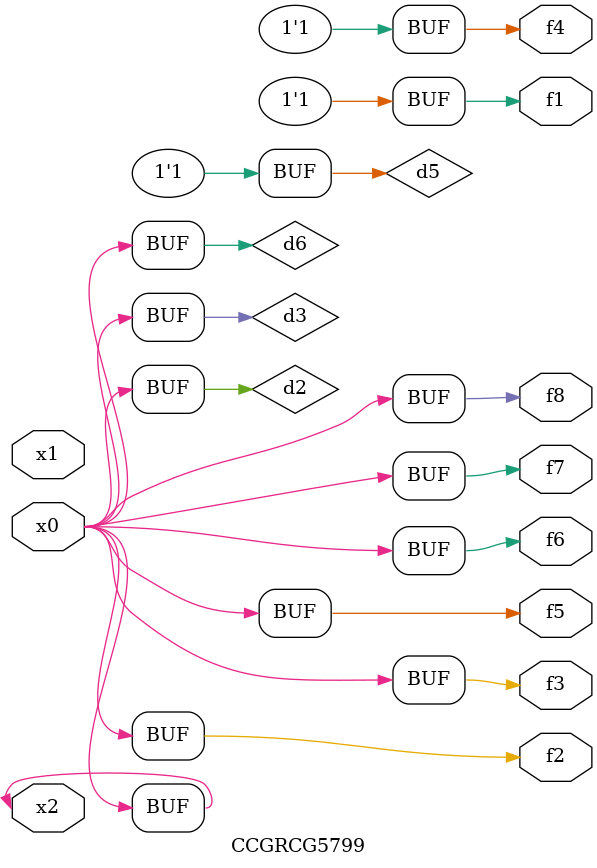
<source format=v>
module CCGRCG5799(
	input x0, x1, x2,
	output f1, f2, f3, f4, f5, f6, f7, f8
);

	wire d1, d2, d3, d4, d5, d6;

	xnor (d1, x2);
	buf (d2, x0, x2);
	and (d3, x0);
	xnor (d4, x1, x2);
	nand (d5, d1, d3);
	buf (d6, d2, d3);
	assign f1 = d5;
	assign f2 = d6;
	assign f3 = d6;
	assign f4 = d5;
	assign f5 = d6;
	assign f6 = d6;
	assign f7 = d6;
	assign f8 = d6;
endmodule

</source>
